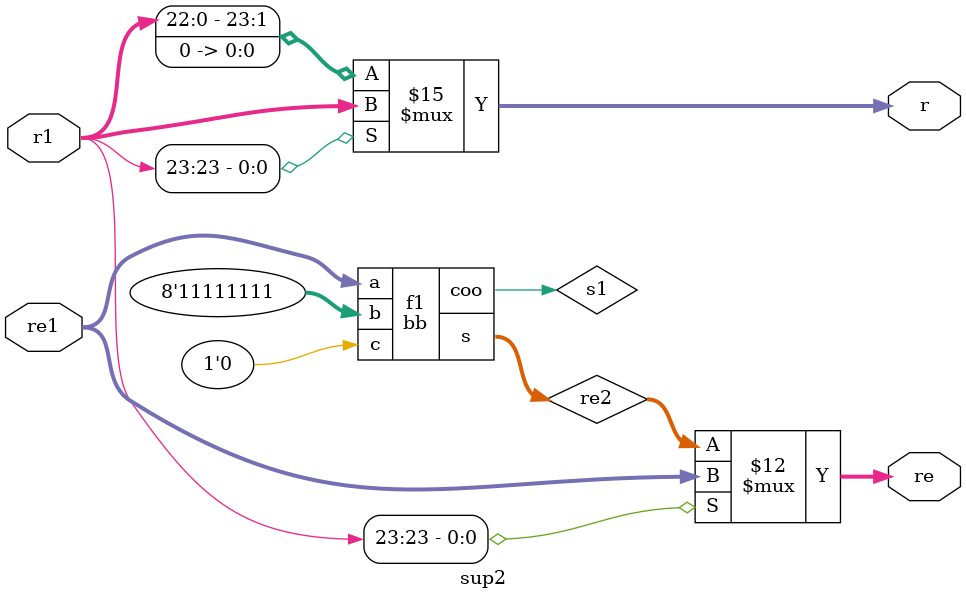
<source format=v>
module fa(a,b,c,s,co);//1 bit fulladder
input a,b,c;
output s,co;
assign s=a^b^c;
assign co=(a&b)|(b&c)|(c&a);
endmodule

module ab(a,b,c,s,coo);//4 bit adder using fulladder
input [3:0]a,b;
input c;
output [3:0]s;
output coo;
wire [2:0]co;
fa f1(a[0],b[0],c,s[0],co[0]);
fa f2(a[1],b[1],co[0],s[1],co[1]);
fa f3(a[2],b[2],co[1],s[2],co[2]);
fa f4(a[3],b[3],co[2],s[3],coo);
endmodule

module bb(a,b,c,s,coo);//8 bit addition using 4 bit addition
input [7:0]a,b;
input c;
output [7:0]s;
output coo;
wire [3:0]a1,a2,b1,b2,s1,s2;
wire co;
assign a1[0]=a[0];
assign a1[1]=a[1];
assign a1[2]=a[2];
assign a1[3]=a[3];
assign a2[0]=a[4];
assign a2[1]=a[5];
assign a2[2]=a[6];
assign a2[3]=a[7];
assign b1[0]=b[0];
assign b1[1]=b[1];
assign b1[2]=b[2];
assign b1[3]=b[3];
assign b2[0]=b[4];
assign b2[1]=b[5];
assign b2[2]=b[6];
assign b2[3]=b[7];
ab f1(a1,b1,c,s1,co);
ab f2(a2,b2,co,s2,coo);
assign s[0]=s1[0];
assign s[1]=s1[1];
assign s[2]=s1[2];
assign s[3]=s1[3];
assign s[4]=s2[0];
assign s[5]=s2[1];
assign s[6]=s2[2];
assign s[7]=s2[3];
endmodule

module cb(a,b,c,s,coo);//16 bit addtition using 8 bit addiitn
input [15:0]a,b;
input c;
output [15:0]s;
output coo;

wire co;

bb f1(a[7:0],b[7:0],c,s[7:0],co);
bb f2(a[15:8],b[15:8],co,s[15:8],coo);

endmodule

module db(a,b,c,s,coo);// 32 using 16
input [31:0]a,b;
input c;
output [31:0]s;
output coo;

wire co;

cb f1(a[15:0],b[15:0],c,s[15:0],co);
cb f2(a[31:16],b[31:16],co,s[31:16],coo);

endmodule


module floadd(as,ae,a,bs,be,b,rs,re,r);
input as,bs;
input [7:0]ae,be;
reg [7:0]ae1,be1;
input [22:0]a,b;
output rs;
reg rs;
output [7:0]re;
wire [7:0]re;
reg [7:0]re1;
wire [7:0]re2;
output [22:0]r;
wire [22:0]r;
reg [23:0]r1;
wire [23:0]r2;
wire [7:0]negae,negbe,asb,bsa;
wire s1,s2;
assign negae=~ae;
assign negbe=~be;
bb f1(ae,negbe,1'b1,asb,s1);
bb f2(be,negae,1'b1,bsa,s2);
reg [22:0]b1,a1;
always@(*)
begin
a1=a;
b1=b;
be1=be;
ae1=ae;
if(ae>be)
begin
b1=b>>asb;
a1=a;
be1=ae;
ae1=ae;
end
else
if(be>ae)
begin
a1=a>>bsa;
b1=b;
ae1=be;
be1=be;
end
end
wire s3,s4,s5;
wire [31:0]r5,r6;
bb f5(ae1,8'b0,1'b1,re2,s5);
db f3({8'b0,1'b1,a1},{8'b0,1'b1,b1},1'b0,r5,s3);
db f4({8'b0,1'b1,a1},{8'b1,1'b1,~b1},1'b1,r6,s4);
always@(*)
begin
if(as^bs==0)
begin
rs=as;
r1=r5[23:0];
re1=ae1;
if(r5[24]==1)
begin
r1=r5[24:1];
re1=re2;
end
end
else
begin
re1=ae1;
r1=r6[23:0];
if(r6[24]==1)
rs=1'b0;
else
rs=1'b1;
end
end
sup1 f6(re1,re,r1,r2);
assign r=r2[22:0];
endmodule

module sup1(re1,re,r1,r);
input [7:0]re1;
input [23:0]r1;
output [7:0]re;
wire [7:0]re;
output [23:0]r;
wire [23:0]r;
wire [7:0]re2,re3,re4,re5,re6,re7,re8,re9,re10,re11,re12,re13,re14,re15,re16,re17,re18,re19,re20,re21,re22;
wire [23:0]r2,r3,r4,r5,r6,r7,r8,r9,r10,r11,r12,r13,r14,r15,r16,r17,r18,r19,r20,r21,r22;
sup2 f1(re1,re2,r1,r2);
sup2 f2(re2,re3,r2,r3);
sup2 f3(re3,re4,r3,r4);
sup2 f4(re4,re5,r4,r5);
sup2 f5(re5,re6,r5,r6);
sup2 f6(re6,re7,r6,r7);
sup2 f7(re7,re8,r7,r8);
sup2 f8(re8,re9,r8,r9);
sup2 f9(re9,re10,r9,r10);
sup2 f10(re10,re11,r10,r11);
sup2 f11(re11,re12,r11,r12);
sup2 f12(re12,re13,r12,r13);
sup2 f13(re13,re14,r13,r14);
sup2 f14(re14,re15,r14,r15);
sup2 f15(re15,re16,r15,r16);
sup2 f16(re16,re17,r16,r17);
sup2 f17(re17,re18,r17,r18);
sup2 f18(re18,re19,r18,r19);
sup2 f19(re19,re20,r19,r20);
sup2 f20(re20,re21,r20,r21);
sup2 f21(re21,re22,r21,r22);
sup2 f22(re22,re,r22,r);
endmodule

module sup2(re1,re,r1,r);
input [7:0]re1;
input [23:0]r1;
output [7:0]re;
reg re;
output [23:0]r;
reg r;
wire [7:0]re2;
wire s1;
bb f1(re1,8'b11111111,1'b0,re2,s1);
always@(*)
begin
re=re1;
r=r1;
if(r1[23]!=1)
begin
r=r1<<1;
re=re2;
end
end
endmodule

</source>
